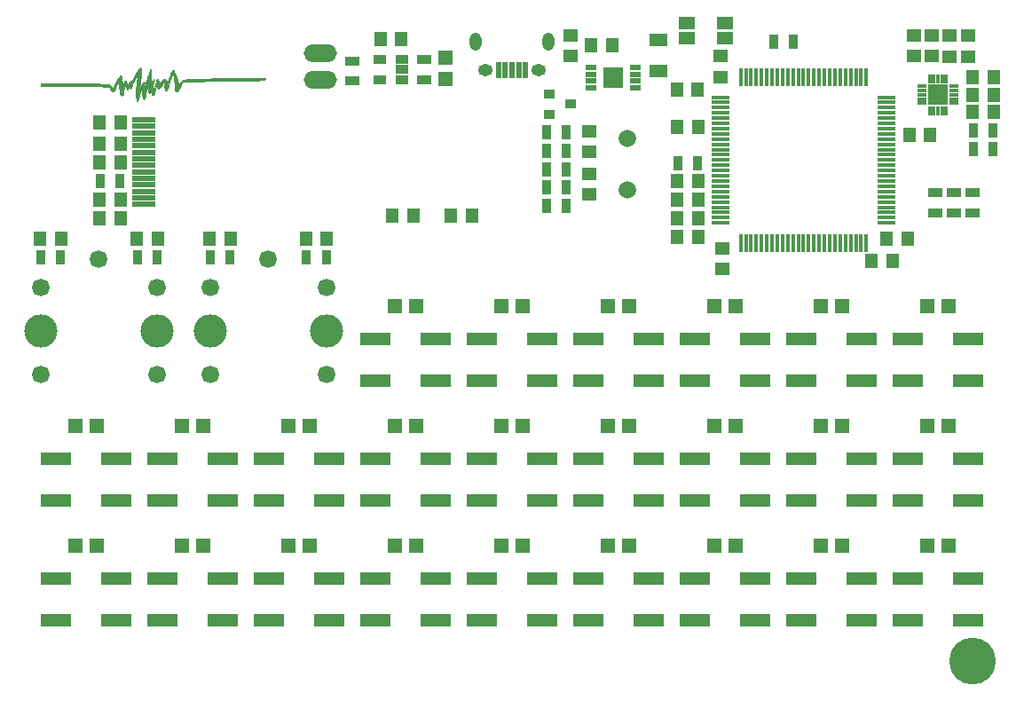
<source format=gts>
G04 #@! TF.FileFunction,Soldermask,Top*
%FSLAX46Y46*%
G04 Gerber Fmt 4.6, Leading zero omitted, Abs format (unit mm)*
G04 Created by KiCad (PCBNEW 4.0.5-e0-6337~52~ubuntu16.10.1) date Sun Jan 15 19:46:15 2017*
%MOMM*%
%LPD*%
G01*
G04 APERTURE LIST*
%ADD10C,0.100000*%
%ADD11C,0.010000*%
%ADD12R,1.160000X1.410000*%
%ADD13R,1.660000X0.440000*%
%ADD14R,0.440000X1.660000*%
%ADD15O,3.174980X1.666220*%
%ADD16R,1.358880X1.358880*%
%ADD17R,2.910000X1.160000*%
%ADD18R,1.460000X0.860000*%
%ADD19R,1.220000X0.810000*%
%ADD20R,1.050000X0.580000*%
%ADD21R,1.000000X1.100000*%
%ADD22R,0.560000X1.510000*%
%ADD23O,1.410000X1.110000*%
%ADD24O,1.160000X1.710000*%
%ADD25R,1.760000X1.160000*%
%ADD26R,1.060000X0.960000*%
%ADD27R,1.410000X1.160000*%
%ADD28O,0.910000X0.360000*%
%ADD29O,0.360000X0.910000*%
%ADD30R,1.085000X1.085000*%
%ADD31R,0.860000X1.460000*%
%ADD32C,1.661140*%
%ADD33C,1.684000*%
%ADD34C,3.160000*%
%ADD35R,2.160000X0.480000*%
%ADD36C,4.460000*%
%ADD37R,1.560000X1.210000*%
G04 APERTURE END LIST*
D10*
D11*
G36*
X92827999Y-83905577D02*
X92860373Y-83965281D01*
X92866957Y-84027953D01*
X92868778Y-84135493D01*
X92866401Y-84276577D01*
X92860386Y-84439882D01*
X92851295Y-84614082D01*
X92839691Y-84787853D01*
X92826137Y-84949871D01*
X92811192Y-85088813D01*
X92801008Y-85161334D01*
X92779846Y-85313605D01*
X92761103Y-85483918D01*
X92748778Y-85635864D01*
X92748633Y-85638317D01*
X92734753Y-85875412D01*
X92805728Y-85751206D01*
X92855901Y-85660298D01*
X92917201Y-85544910D01*
X92971982Y-85438600D01*
X93022525Y-85344391D01*
X93067536Y-85270511D01*
X93098146Y-85231377D01*
X93100468Y-85229677D01*
X93142270Y-85228187D01*
X93174671Y-85265898D01*
X93188439Y-85325568D01*
X93179747Y-85377758D01*
X93162571Y-85447549D01*
X93154663Y-85529866D01*
X93156058Y-85606132D01*
X93166789Y-85657767D01*
X93179221Y-85669334D01*
X93191112Y-85664528D01*
X93205170Y-85646222D01*
X93223595Y-85608581D01*
X93248588Y-85545770D01*
X93282349Y-85451953D01*
X93327078Y-85321297D01*
X93376448Y-85173494D01*
X93555266Y-85173494D01*
X93556722Y-85246471D01*
X93561301Y-85266820D01*
X93581759Y-85297782D01*
X93600900Y-85279287D01*
X93619109Y-85209701D01*
X93636772Y-85087390D01*
X93654274Y-84910718D01*
X93659103Y-84852482D01*
X93669551Y-84712979D01*
X93676971Y-84595210D01*
X93680800Y-84509797D01*
X93680473Y-84467362D01*
X93679683Y-84464721D01*
X93668919Y-84483583D01*
X93651625Y-84542798D01*
X93631135Y-84627142D01*
X93610783Y-84721391D01*
X93593904Y-84810322D01*
X93583832Y-84878712D01*
X93582746Y-84907334D01*
X93581539Y-84959271D01*
X93571906Y-85041810D01*
X93565296Y-85083376D01*
X93555266Y-85173494D01*
X93376448Y-85173494D01*
X93384976Y-85147966D01*
X93449564Y-84952476D01*
X93503123Y-84792539D01*
X93553540Y-84646783D01*
X93597101Y-84525584D01*
X93630093Y-84439320D01*
X93646537Y-84402143D01*
X93674746Y-84328467D01*
X93698102Y-84230950D01*
X93703798Y-84194722D01*
X93724488Y-84106877D01*
X93754246Y-84063765D01*
X93787132Y-84069109D01*
X93816421Y-84124167D01*
X93823186Y-84170550D01*
X93830384Y-84264020D01*
X93837527Y-84395227D01*
X93844131Y-84554819D01*
X93849707Y-84733447D01*
X93851161Y-84791639D01*
X93865341Y-85395612D01*
X93947697Y-85243195D01*
X94016196Y-85123586D01*
X94076272Y-85032186D01*
X94122589Y-84976327D01*
X94149807Y-84963342D01*
X94150832Y-84964200D01*
X94147556Y-84995064D01*
X94125754Y-85062444D01*
X94092023Y-85147222D01*
X94045342Y-85291772D01*
X94014366Y-85459507D01*
X94001336Y-85629024D01*
X94008491Y-85778920D01*
X94019779Y-85837716D01*
X94030619Y-85874592D01*
X94041932Y-85890763D01*
X94057509Y-85880330D01*
X94081141Y-85837397D01*
X94116620Y-85756065D01*
X94167737Y-85630439D01*
X94192153Y-85569605D01*
X94245707Y-85431917D01*
X94290489Y-85308930D01*
X94322559Y-85212069D01*
X94337975Y-85152756D01*
X94338772Y-85144541D01*
X94358748Y-85080846D01*
X94393757Y-85035559D01*
X94432236Y-85005975D01*
X94462658Y-85009152D01*
X94504546Y-85049907D01*
X94519039Y-85066463D01*
X94571158Y-85150179D01*
X94605966Y-85248326D01*
X94608238Y-85260111D01*
X94624709Y-85340464D01*
X94641796Y-85398587D01*
X94645456Y-85406672D01*
X94668546Y-85400424D01*
X94716240Y-85351786D01*
X94783475Y-85266387D01*
X94829547Y-85202060D01*
X94915516Y-85083856D01*
X94982474Y-85008434D01*
X95039739Y-84969758D01*
X95096628Y-84961789D01*
X95162459Y-84978490D01*
X95170116Y-84981370D01*
X95214544Y-85020239D01*
X95262633Y-85093372D01*
X95303616Y-85180463D01*
X95326726Y-85261204D01*
X95328535Y-85280154D01*
X95338757Y-85295405D01*
X95366488Y-85257821D01*
X95411401Y-85168117D01*
X95473167Y-85027006D01*
X95551455Y-84835206D01*
X95645936Y-84593430D01*
X95652161Y-84577226D01*
X95708816Y-84431974D01*
X95760421Y-84304066D01*
X95802838Y-84203425D01*
X95831931Y-84139976D01*
X95841036Y-84124167D01*
X95882593Y-84099859D01*
X95941039Y-84089266D01*
X95990935Y-84094546D01*
X96007417Y-84110056D01*
X96012880Y-84152072D01*
X96018355Y-84201778D01*
X96032087Y-84253896D01*
X96064286Y-84345072D01*
X96110279Y-84462879D01*
X96165397Y-84594891D01*
X96170790Y-84607376D01*
X96258355Y-84820618D01*
X96330601Y-85019026D01*
X96384669Y-85193507D01*
X96417703Y-85334969D01*
X96427111Y-85423164D01*
X96429249Y-85456994D01*
X96440467Y-85469032D01*
X96467970Y-85455022D01*
X96518963Y-85410709D01*
X96600650Y-85331839D01*
X96629079Y-85303895D01*
X96730248Y-85207600D01*
X96812812Y-85141297D01*
X96895240Y-85094488D01*
X96996000Y-85056672D01*
X97132667Y-85017590D01*
X97185505Y-85010384D01*
X97289949Y-85002526D01*
X97441166Y-84994148D01*
X97634321Y-84985379D01*
X97864582Y-84976351D01*
X98127116Y-84967194D01*
X98417088Y-84958038D01*
X98729666Y-84949015D01*
X99060017Y-84940255D01*
X99403306Y-84931889D01*
X99754701Y-84924048D01*
X100109368Y-84916862D01*
X100462474Y-84910461D01*
X100809186Y-84904977D01*
X101144669Y-84900541D01*
X101464092Y-84897282D01*
X101627048Y-84896066D01*
X101778245Y-84894035D01*
X101907377Y-84890273D01*
X102004926Y-84885219D01*
X102061370Y-84879315D01*
X102071548Y-84875477D01*
X102096197Y-84870470D01*
X102159013Y-84877459D01*
X102204431Y-84886071D01*
X102293298Y-84900274D01*
X102338503Y-84894217D01*
X102347953Y-84882474D01*
X102375898Y-84865270D01*
X102391466Y-84870994D01*
X102429286Y-84878118D01*
X102513699Y-84885137D01*
X102634853Y-84891514D01*
X102782899Y-84896713D01*
X102918222Y-84899732D01*
X103080604Y-84902468D01*
X103223819Y-84904905D01*
X103338136Y-84906877D01*
X103413822Y-84908215D01*
X103440333Y-84908724D01*
X103476689Y-84908690D01*
X103559590Y-84908147D01*
X103679142Y-84907175D01*
X103825448Y-84905852D01*
X103948333Y-84904663D01*
X104210030Y-84903357D01*
X104422146Y-84905093D01*
X104583165Y-84909816D01*
X104691572Y-84917469D01*
X104745852Y-84927997D01*
X104752234Y-84934102D01*
X104725113Y-84977530D01*
X104655355Y-85017755D01*
X104556748Y-85050087D01*
X104443081Y-85069835D01*
X104343444Y-85073163D01*
X104286003Y-85077333D01*
X104195724Y-85090589D01*
X104117667Y-85105046D01*
X104078059Y-85112686D01*
X104037309Y-85119286D01*
X103991292Y-85124904D01*
X103935883Y-85129600D01*
X103866957Y-85133432D01*
X103780388Y-85136458D01*
X103672053Y-85138737D01*
X103537825Y-85140328D01*
X103373581Y-85141288D01*
X103175195Y-85141676D01*
X102938542Y-85141551D01*
X102659497Y-85140972D01*
X102333935Y-85139996D01*
X101957732Y-85138683D01*
X101789333Y-85138066D01*
X101474753Y-85137514D01*
X101154739Y-85138081D01*
X100838052Y-85139677D01*
X100533451Y-85142213D01*
X100249695Y-85145601D01*
X99995544Y-85149750D01*
X99779756Y-85154572D01*
X99611090Y-85159977D01*
X99602111Y-85160341D01*
X99355184Y-85169232D01*
X99074330Y-85177269D01*
X98781993Y-85183942D01*
X98500617Y-85188739D01*
X98252643Y-85191150D01*
X98247444Y-85191173D01*
X98032553Y-85192926D01*
X97813714Y-85196146D01*
X97604764Y-85200527D01*
X97419536Y-85205761D01*
X97271866Y-85211542D01*
X97230023Y-85213729D01*
X97069031Y-85224674D01*
X96953512Y-85240165D01*
X96872523Y-85266544D01*
X96815120Y-85310151D01*
X96770360Y-85377326D01*
X96727301Y-85474410D01*
X96711591Y-85514111D01*
X96661227Y-85630118D01*
X96602621Y-85747307D01*
X96566570Y-85810445D01*
X96509052Y-85912049D01*
X96456695Y-86018735D01*
X96440986Y-86055668D01*
X96384104Y-86148949D01*
X96313548Y-86195667D01*
X96240799Y-86196020D01*
X96177339Y-86150207D01*
X96134651Y-86058428D01*
X96132748Y-86050334D01*
X96126660Y-86003831D01*
X96117971Y-85911948D01*
X96107600Y-85785641D01*
X96096468Y-85635864D01*
X96089593Y-85536122D01*
X96073558Y-85345097D01*
X96050894Y-85139901D01*
X96024307Y-84942093D01*
X95996502Y-84773233D01*
X95989048Y-84734963D01*
X95962317Y-84602499D01*
X95940255Y-84490862D01*
X95925046Y-84411268D01*
X95918873Y-84374935D01*
X95918835Y-84374286D01*
X95909784Y-84376127D01*
X95886587Y-84419307D01*
X95854088Y-84492010D01*
X95817132Y-84582420D01*
X95780564Y-84678724D01*
X95749227Y-84769105D01*
X95729205Y-84836778D01*
X95703249Y-84930842D01*
X95679468Y-85003450D01*
X95665589Y-85034334D01*
X95649918Y-85072085D01*
X95624001Y-85151504D01*
X95591898Y-85259657D01*
X95568127Y-85344778D01*
X95514366Y-85538962D01*
X95471308Y-85685942D01*
X95436246Y-85793341D01*
X95406468Y-85868783D01*
X95379267Y-85919890D01*
X95351933Y-85954286D01*
X95351270Y-85954952D01*
X95311476Y-86003181D01*
X95298222Y-86032767D01*
X95278896Y-86069416D01*
X95255007Y-86093399D01*
X95215584Y-86110324D01*
X95182663Y-86086880D01*
X95154762Y-86019214D01*
X95130400Y-85903473D01*
X95108097Y-85735803D01*
X95104365Y-85701493D01*
X95080400Y-85504709D01*
X95055615Y-85355527D01*
X95030672Y-85255486D01*
X95006232Y-85206126D01*
X94982956Y-85208984D01*
X94961505Y-85265600D01*
X94948001Y-85337569D01*
X94897827Y-85526291D01*
X94811085Y-85688680D01*
X94694356Y-85813159D01*
X94665889Y-85833913D01*
X94590567Y-85883163D01*
X94545626Y-85903481D01*
X94514911Y-85897882D01*
X94482267Y-85869378D01*
X94481242Y-85868353D01*
X94444301Y-85806802D01*
X94415954Y-85715812D01*
X94409463Y-85678423D01*
X94397511Y-85589051D01*
X94387861Y-85519140D01*
X94385077Y-85500000D01*
X94375895Y-85503895D01*
X94357460Y-85552687D01*
X94333431Y-85636324D01*
X94328561Y-85655222D01*
X94270784Y-85882948D01*
X94224830Y-86062187D01*
X94188611Y-86199157D01*
X94160042Y-86300075D01*
X94137035Y-86371157D01*
X94117505Y-86418622D01*
X94099363Y-86448686D01*
X94080524Y-86467566D01*
X94058901Y-86481480D01*
X94049458Y-86486793D01*
X93967192Y-86510215D01*
X93901785Y-86486609D01*
X93865698Y-86420867D01*
X93864493Y-86414197D01*
X93854414Y-86357133D01*
X93837744Y-86268409D01*
X93825578Y-86205556D01*
X93807526Y-86121037D01*
X93794104Y-86085506D01*
X93781031Y-86092213D01*
X93769982Y-86117924D01*
X93756564Y-86190884D01*
X93761409Y-86237868D01*
X93763965Y-86273073D01*
X93732664Y-86287802D01*
X93678673Y-86290222D01*
X93612105Y-86284624D01*
X93576396Y-86257042D01*
X93551863Y-86191296D01*
X93549928Y-86184389D01*
X93524895Y-86036864D01*
X93525809Y-85861076D01*
X93552897Y-85647469D01*
X93564220Y-85584745D01*
X93582633Y-85476898D01*
X93593347Y-85391717D01*
X93594751Y-85343126D01*
X93592812Y-85337405D01*
X93572869Y-85347907D01*
X93545871Y-85398828D01*
X93517330Y-85475563D01*
X93492760Y-85563503D01*
X93478629Y-85639922D01*
X93465816Y-85714104D01*
X93442178Y-85826816D01*
X93411233Y-85961996D01*
X93380733Y-86086854D01*
X93343809Y-86239807D01*
X93308958Y-86395477D01*
X93280678Y-86533170D01*
X93266247Y-86613687D01*
X93241141Y-86743951D01*
X93212750Y-86826456D01*
X93176565Y-86869874D01*
X93128078Y-86882878D01*
X93126282Y-86882889D01*
X93081234Y-86855889D01*
X93042679Y-86779314D01*
X93012000Y-86659801D01*
X92990579Y-86503989D01*
X92979800Y-86318514D01*
X92979280Y-86177334D01*
X92985246Y-85824556D01*
X92917907Y-85951556D01*
X92871022Y-86057440D01*
X92829371Y-86180222D01*
X92815376Y-86233778D01*
X92785101Y-86340963D01*
X92747153Y-86441194D01*
X92726869Y-86482336D01*
X92691205Y-86560857D01*
X92673983Y-86630394D01*
X92673691Y-86637558D01*
X92664349Y-86693426D01*
X92639569Y-86783634D01*
X92604440Y-86889941D01*
X92599356Y-86904056D01*
X92555082Y-87015314D01*
X92518729Y-87080083D01*
X92485076Y-87106765D01*
X92472220Y-87108667D01*
X92443483Y-87101795D01*
X92427512Y-87072973D01*
X92420743Y-87009893D01*
X92419556Y-86926888D01*
X92414684Y-86823014D01*
X92401563Y-86750627D01*
X92387189Y-86725105D01*
X92373853Y-86696975D01*
X92366920Y-86629591D01*
X92366214Y-86517695D01*
X92371557Y-86356031D01*
X92373451Y-86314850D01*
X92380620Y-86197355D01*
X92392099Y-86048175D01*
X92407008Y-85875712D01*
X92424466Y-85688368D01*
X92443589Y-85494545D01*
X92463498Y-85302644D01*
X92483309Y-85121067D01*
X92502142Y-84958216D01*
X92519114Y-84822493D01*
X92533345Y-84722299D01*
X92543952Y-84666036D01*
X92547397Y-84657196D01*
X92575571Y-84662378D01*
X92599630Y-84678759D01*
X92626696Y-84691079D01*
X92644603Y-84665508D01*
X92659559Y-84596212D01*
X92669156Y-84521644D01*
X92669597Y-84474557D01*
X92667347Y-84468384D01*
X92647845Y-84484692D01*
X92606425Y-84538468D01*
X92550971Y-84619244D01*
X92533099Y-84646675D01*
X92456502Y-84764870D01*
X92374689Y-84889975D01*
X92307298Y-84992000D01*
X92199230Y-85160331D01*
X92121620Y-85296937D01*
X92068696Y-85413374D01*
X92034682Y-85521199D01*
X92027732Y-85551556D01*
X91986834Y-85703816D01*
X91938559Y-85803986D01*
X91880355Y-85856213D01*
X91833944Y-85866457D01*
X91808360Y-85841563D01*
X91798667Y-85776901D01*
X91798667Y-85686912D01*
X91741123Y-85748679D01*
X91687597Y-85793295D01*
X91645031Y-85810445D01*
X91621378Y-85825716D01*
X91617069Y-85878609D01*
X91622203Y-85927654D01*
X91628148Y-86001525D01*
X91618284Y-86027969D01*
X91604263Y-86024059D01*
X91550755Y-85969622D01*
X91490277Y-85874331D01*
X91430084Y-85751955D01*
X91377434Y-85616264D01*
X91359725Y-85560023D01*
X91299031Y-85351935D01*
X91280150Y-85475357D01*
X91270739Y-85547861D01*
X91257783Y-85662737D01*
X91242764Y-85806136D01*
X91227162Y-85964208D01*
X91221681Y-86022111D01*
X91206519Y-86174173D01*
X91191330Y-86308871D01*
X91177517Y-86414935D01*
X91166485Y-86481094D01*
X91162805Y-86494834D01*
X91122777Y-86529913D01*
X91054040Y-86544284D01*
X90980836Y-86536787D01*
X90927408Y-86506263D01*
X90927270Y-86506097D01*
X90905398Y-86456710D01*
X90885961Y-86374875D01*
X90879240Y-86329708D01*
X90864221Y-86235687D01*
X90845187Y-86157739D01*
X90836798Y-86135000D01*
X90826400Y-86088031D01*
X90814996Y-85995963D01*
X90803677Y-85870105D01*
X90793534Y-85721762D01*
X90789166Y-85641111D01*
X90767586Y-85203667D01*
X90715383Y-85302445D01*
X90657590Y-85390876D01*
X90588361Y-85471098D01*
X90584076Y-85475175D01*
X90536065Y-85540733D01*
X90484900Y-85642396D01*
X90438109Y-85760847D01*
X90403216Y-85876765D01*
X90387749Y-85970831D01*
X90387556Y-85979624D01*
X90370514Y-86037845D01*
X90335509Y-86094244D01*
X90261042Y-86149106D01*
X90173585Y-86157464D01*
X90083248Y-86124316D01*
X90000140Y-86054660D01*
X89934372Y-85953492D01*
X89908366Y-85883102D01*
X89874748Y-85763030D01*
X89658430Y-85730106D01*
X89535925Y-85713767D01*
X89419013Y-85702033D01*
X89332137Y-85697337D01*
X89329222Y-85697331D01*
X89245755Y-85692666D01*
X89130105Y-85680223D01*
X89005577Y-85662563D01*
X88990556Y-85660118D01*
X88938784Y-85653458D01*
X88867020Y-85647629D01*
X88772073Y-85642597D01*
X88650753Y-85638323D01*
X88499871Y-85634772D01*
X88316238Y-85631906D01*
X88096664Y-85629690D01*
X87837959Y-85628086D01*
X87536934Y-85627058D01*
X87190399Y-85626570D01*
X86795165Y-85626584D01*
X86348042Y-85627064D01*
X86140111Y-85627402D01*
X85757360Y-85628314D01*
X85388834Y-85629645D01*
X85038696Y-85631356D01*
X84711104Y-85633406D01*
X84410220Y-85635753D01*
X84140203Y-85638358D01*
X83905213Y-85641179D01*
X83709412Y-85644175D01*
X83556959Y-85647307D01*
X83452015Y-85650532D01*
X83398740Y-85653811D01*
X83395500Y-85654298D01*
X83275556Y-85676548D01*
X83275556Y-85395597D01*
X83578944Y-85379260D01*
X83685983Y-85375486D01*
X83839150Y-85372860D01*
X84028141Y-85371418D01*
X84242651Y-85371195D01*
X84472376Y-85372227D01*
X84707011Y-85374548D01*
X84757222Y-85375221D01*
X85026642Y-85378514D01*
X85325000Y-85381321D01*
X85634500Y-85383528D01*
X85937343Y-85385025D01*
X86215733Y-85385700D01*
X86408222Y-85385575D01*
X86621985Y-85385281D01*
X86826052Y-85385451D01*
X87010967Y-85386041D01*
X87167272Y-85387010D01*
X87285513Y-85388315D01*
X87353667Y-85389816D01*
X87455666Y-85392287D01*
X87592736Y-85393917D01*
X87743507Y-85394508D01*
X87833444Y-85394271D01*
X87997710Y-85395379D01*
X88190878Y-85399992D01*
X88404264Y-85407592D01*
X88629187Y-85417659D01*
X88856964Y-85429672D01*
X89078912Y-85443113D01*
X89286349Y-85457461D01*
X89470592Y-85472196D01*
X89622958Y-85486799D01*
X89734765Y-85500750D01*
X89790406Y-85511424D01*
X89888547Y-85544021D01*
X89958204Y-85586697D01*
X90015612Y-85653530D01*
X90077008Y-85758595D01*
X90078320Y-85761056D01*
X90117850Y-85826250D01*
X90149741Y-85863513D01*
X90157158Y-85866889D01*
X90178675Y-85842856D01*
X90212306Y-85780268D01*
X90245743Y-85704611D01*
X90316981Y-85541448D01*
X90399387Y-85371700D01*
X90488181Y-85203373D01*
X90578582Y-85044472D01*
X90665811Y-84903004D01*
X90745087Y-84786974D01*
X90811631Y-84704388D01*
X90860661Y-84663251D01*
X90869195Y-84660452D01*
X90937952Y-84672632D01*
X90983447Y-84730912D01*
X90997800Y-84799807D01*
X91005633Y-84871297D01*
X91021439Y-84978115D01*
X91042189Y-85100226D01*
X91048225Y-85133111D01*
X91069208Y-85254345D01*
X91085310Y-85364189D01*
X91093791Y-85443408D01*
X91094430Y-85457667D01*
X91097449Y-85497613D01*
X91108309Y-85503186D01*
X91132462Y-85469274D01*
X91175355Y-85390768D01*
X91184702Y-85373000D01*
X91228819Y-85281809D01*
X91258155Y-85207235D01*
X91266306Y-85166350D01*
X91281852Y-85139748D01*
X91337642Y-85138128D01*
X91403214Y-85162902D01*
X91460521Y-85227796D01*
X91479994Y-85260111D01*
X91519337Y-85342806D01*
X91542038Y-85415681D01*
X91544202Y-85434835D01*
X91553485Y-85495370D01*
X91580399Y-85503934D01*
X91625491Y-85460199D01*
X91689307Y-85363838D01*
X91703696Y-85339378D01*
X91773029Y-85226533D01*
X91823537Y-85162265D01*
X91859239Y-85143535D01*
X91884156Y-85167305D01*
X91894187Y-85195457D01*
X91906176Y-85221176D01*
X91924268Y-85216785D01*
X91954060Y-85176106D01*
X92001147Y-85092955D01*
X92021751Y-85054548D01*
X92078198Y-84946334D01*
X92128067Y-84846729D01*
X92162041Y-84774428D01*
X92165950Y-84765271D01*
X92200935Y-84707219D01*
X92238017Y-84681617D01*
X92239535Y-84681556D01*
X92270623Y-84657917D01*
X92278444Y-84622519D01*
X92295414Y-84559587D01*
X92336340Y-84489828D01*
X92337405Y-84488464D01*
X92460858Y-84326567D01*
X92562181Y-84183887D01*
X92636303Y-84067922D01*
X92678150Y-83986170D01*
X92679326Y-83983056D01*
X92722754Y-83913819D01*
X92777056Y-83887527D01*
X92827999Y-83905577D01*
X92827999Y-83905577D01*
G37*
X92827999Y-83905577D02*
X92860373Y-83965281D01*
X92866957Y-84027953D01*
X92868778Y-84135493D01*
X92866401Y-84276577D01*
X92860386Y-84439882D01*
X92851295Y-84614082D01*
X92839691Y-84787853D01*
X92826137Y-84949871D01*
X92811192Y-85088813D01*
X92801008Y-85161334D01*
X92779846Y-85313605D01*
X92761103Y-85483918D01*
X92748778Y-85635864D01*
X92748633Y-85638317D01*
X92734753Y-85875412D01*
X92805728Y-85751206D01*
X92855901Y-85660298D01*
X92917201Y-85544910D01*
X92971982Y-85438600D01*
X93022525Y-85344391D01*
X93067536Y-85270511D01*
X93098146Y-85231377D01*
X93100468Y-85229677D01*
X93142270Y-85228187D01*
X93174671Y-85265898D01*
X93188439Y-85325568D01*
X93179747Y-85377758D01*
X93162571Y-85447549D01*
X93154663Y-85529866D01*
X93156058Y-85606132D01*
X93166789Y-85657767D01*
X93179221Y-85669334D01*
X93191112Y-85664528D01*
X93205170Y-85646222D01*
X93223595Y-85608581D01*
X93248588Y-85545770D01*
X93282349Y-85451953D01*
X93327078Y-85321297D01*
X93376448Y-85173494D01*
X93555266Y-85173494D01*
X93556722Y-85246471D01*
X93561301Y-85266820D01*
X93581759Y-85297782D01*
X93600900Y-85279287D01*
X93619109Y-85209701D01*
X93636772Y-85087390D01*
X93654274Y-84910718D01*
X93659103Y-84852482D01*
X93669551Y-84712979D01*
X93676971Y-84595210D01*
X93680800Y-84509797D01*
X93680473Y-84467362D01*
X93679683Y-84464721D01*
X93668919Y-84483583D01*
X93651625Y-84542798D01*
X93631135Y-84627142D01*
X93610783Y-84721391D01*
X93593904Y-84810322D01*
X93583832Y-84878712D01*
X93582746Y-84907334D01*
X93581539Y-84959271D01*
X93571906Y-85041810D01*
X93565296Y-85083376D01*
X93555266Y-85173494D01*
X93376448Y-85173494D01*
X93384976Y-85147966D01*
X93449564Y-84952476D01*
X93503123Y-84792539D01*
X93553540Y-84646783D01*
X93597101Y-84525584D01*
X93630093Y-84439320D01*
X93646537Y-84402143D01*
X93674746Y-84328467D01*
X93698102Y-84230950D01*
X93703798Y-84194722D01*
X93724488Y-84106877D01*
X93754246Y-84063765D01*
X93787132Y-84069109D01*
X93816421Y-84124167D01*
X93823186Y-84170550D01*
X93830384Y-84264020D01*
X93837527Y-84395227D01*
X93844131Y-84554819D01*
X93849707Y-84733447D01*
X93851161Y-84791639D01*
X93865341Y-85395612D01*
X93947697Y-85243195D01*
X94016196Y-85123586D01*
X94076272Y-85032186D01*
X94122589Y-84976327D01*
X94149807Y-84963342D01*
X94150832Y-84964200D01*
X94147556Y-84995064D01*
X94125754Y-85062444D01*
X94092023Y-85147222D01*
X94045342Y-85291772D01*
X94014366Y-85459507D01*
X94001336Y-85629024D01*
X94008491Y-85778920D01*
X94019779Y-85837716D01*
X94030619Y-85874592D01*
X94041932Y-85890763D01*
X94057509Y-85880330D01*
X94081141Y-85837397D01*
X94116620Y-85756065D01*
X94167737Y-85630439D01*
X94192153Y-85569605D01*
X94245707Y-85431917D01*
X94290489Y-85308930D01*
X94322559Y-85212069D01*
X94337975Y-85152756D01*
X94338772Y-85144541D01*
X94358748Y-85080846D01*
X94393757Y-85035559D01*
X94432236Y-85005975D01*
X94462658Y-85009152D01*
X94504546Y-85049907D01*
X94519039Y-85066463D01*
X94571158Y-85150179D01*
X94605966Y-85248326D01*
X94608238Y-85260111D01*
X94624709Y-85340464D01*
X94641796Y-85398587D01*
X94645456Y-85406672D01*
X94668546Y-85400424D01*
X94716240Y-85351786D01*
X94783475Y-85266387D01*
X94829547Y-85202060D01*
X94915516Y-85083856D01*
X94982474Y-85008434D01*
X95039739Y-84969758D01*
X95096628Y-84961789D01*
X95162459Y-84978490D01*
X95170116Y-84981370D01*
X95214544Y-85020239D01*
X95262633Y-85093372D01*
X95303616Y-85180463D01*
X95326726Y-85261204D01*
X95328535Y-85280154D01*
X95338757Y-85295405D01*
X95366488Y-85257821D01*
X95411401Y-85168117D01*
X95473167Y-85027006D01*
X95551455Y-84835206D01*
X95645936Y-84593430D01*
X95652161Y-84577226D01*
X95708816Y-84431974D01*
X95760421Y-84304066D01*
X95802838Y-84203425D01*
X95831931Y-84139976D01*
X95841036Y-84124167D01*
X95882593Y-84099859D01*
X95941039Y-84089266D01*
X95990935Y-84094546D01*
X96007417Y-84110056D01*
X96012880Y-84152072D01*
X96018355Y-84201778D01*
X96032087Y-84253896D01*
X96064286Y-84345072D01*
X96110279Y-84462879D01*
X96165397Y-84594891D01*
X96170790Y-84607376D01*
X96258355Y-84820618D01*
X96330601Y-85019026D01*
X96384669Y-85193507D01*
X96417703Y-85334969D01*
X96427111Y-85423164D01*
X96429249Y-85456994D01*
X96440467Y-85469032D01*
X96467970Y-85455022D01*
X96518963Y-85410709D01*
X96600650Y-85331839D01*
X96629079Y-85303895D01*
X96730248Y-85207600D01*
X96812812Y-85141297D01*
X96895240Y-85094488D01*
X96996000Y-85056672D01*
X97132667Y-85017590D01*
X97185505Y-85010384D01*
X97289949Y-85002526D01*
X97441166Y-84994148D01*
X97634321Y-84985379D01*
X97864582Y-84976351D01*
X98127116Y-84967194D01*
X98417088Y-84958038D01*
X98729666Y-84949015D01*
X99060017Y-84940255D01*
X99403306Y-84931889D01*
X99754701Y-84924048D01*
X100109368Y-84916862D01*
X100462474Y-84910461D01*
X100809186Y-84904977D01*
X101144669Y-84900541D01*
X101464092Y-84897282D01*
X101627048Y-84896066D01*
X101778245Y-84894035D01*
X101907377Y-84890273D01*
X102004926Y-84885219D01*
X102061370Y-84879315D01*
X102071548Y-84875477D01*
X102096197Y-84870470D01*
X102159013Y-84877459D01*
X102204431Y-84886071D01*
X102293298Y-84900274D01*
X102338503Y-84894217D01*
X102347953Y-84882474D01*
X102375898Y-84865270D01*
X102391466Y-84870994D01*
X102429286Y-84878118D01*
X102513699Y-84885137D01*
X102634853Y-84891514D01*
X102782899Y-84896713D01*
X102918222Y-84899732D01*
X103080604Y-84902468D01*
X103223819Y-84904905D01*
X103338136Y-84906877D01*
X103413822Y-84908215D01*
X103440333Y-84908724D01*
X103476689Y-84908690D01*
X103559590Y-84908147D01*
X103679142Y-84907175D01*
X103825448Y-84905852D01*
X103948333Y-84904663D01*
X104210030Y-84903357D01*
X104422146Y-84905093D01*
X104583165Y-84909816D01*
X104691572Y-84917469D01*
X104745852Y-84927997D01*
X104752234Y-84934102D01*
X104725113Y-84977530D01*
X104655355Y-85017755D01*
X104556748Y-85050087D01*
X104443081Y-85069835D01*
X104343444Y-85073163D01*
X104286003Y-85077333D01*
X104195724Y-85090589D01*
X104117667Y-85105046D01*
X104078059Y-85112686D01*
X104037309Y-85119286D01*
X103991292Y-85124904D01*
X103935883Y-85129600D01*
X103866957Y-85133432D01*
X103780388Y-85136458D01*
X103672053Y-85138737D01*
X103537825Y-85140328D01*
X103373581Y-85141288D01*
X103175195Y-85141676D01*
X102938542Y-85141551D01*
X102659497Y-85140972D01*
X102333935Y-85139996D01*
X101957732Y-85138683D01*
X101789333Y-85138066D01*
X101474753Y-85137514D01*
X101154739Y-85138081D01*
X100838052Y-85139677D01*
X100533451Y-85142213D01*
X100249695Y-85145601D01*
X99995544Y-85149750D01*
X99779756Y-85154572D01*
X99611090Y-85159977D01*
X99602111Y-85160341D01*
X99355184Y-85169232D01*
X99074330Y-85177269D01*
X98781993Y-85183942D01*
X98500617Y-85188739D01*
X98252643Y-85191150D01*
X98247444Y-85191173D01*
X98032553Y-85192926D01*
X97813714Y-85196146D01*
X97604764Y-85200527D01*
X97419536Y-85205761D01*
X97271866Y-85211542D01*
X97230023Y-85213729D01*
X97069031Y-85224674D01*
X96953512Y-85240165D01*
X96872523Y-85266544D01*
X96815120Y-85310151D01*
X96770360Y-85377326D01*
X96727301Y-85474410D01*
X96711591Y-85514111D01*
X96661227Y-85630118D01*
X96602621Y-85747307D01*
X96566570Y-85810445D01*
X96509052Y-85912049D01*
X96456695Y-86018735D01*
X96440986Y-86055668D01*
X96384104Y-86148949D01*
X96313548Y-86195667D01*
X96240799Y-86196020D01*
X96177339Y-86150207D01*
X96134651Y-86058428D01*
X96132748Y-86050334D01*
X96126660Y-86003831D01*
X96117971Y-85911948D01*
X96107600Y-85785641D01*
X96096468Y-85635864D01*
X96089593Y-85536122D01*
X96073558Y-85345097D01*
X96050894Y-85139901D01*
X96024307Y-84942093D01*
X95996502Y-84773233D01*
X95989048Y-84734963D01*
X95962317Y-84602499D01*
X95940255Y-84490862D01*
X95925046Y-84411268D01*
X95918873Y-84374935D01*
X95918835Y-84374286D01*
X95909784Y-84376127D01*
X95886587Y-84419307D01*
X95854088Y-84492010D01*
X95817132Y-84582420D01*
X95780564Y-84678724D01*
X95749227Y-84769105D01*
X95729205Y-84836778D01*
X95703249Y-84930842D01*
X95679468Y-85003450D01*
X95665589Y-85034334D01*
X95649918Y-85072085D01*
X95624001Y-85151504D01*
X95591898Y-85259657D01*
X95568127Y-85344778D01*
X95514366Y-85538962D01*
X95471308Y-85685942D01*
X95436246Y-85793341D01*
X95406468Y-85868783D01*
X95379267Y-85919890D01*
X95351933Y-85954286D01*
X95351270Y-85954952D01*
X95311476Y-86003181D01*
X95298222Y-86032767D01*
X95278896Y-86069416D01*
X95255007Y-86093399D01*
X95215584Y-86110324D01*
X95182663Y-86086880D01*
X95154762Y-86019214D01*
X95130400Y-85903473D01*
X95108097Y-85735803D01*
X95104365Y-85701493D01*
X95080400Y-85504709D01*
X95055615Y-85355527D01*
X95030672Y-85255486D01*
X95006232Y-85206126D01*
X94982956Y-85208984D01*
X94961505Y-85265600D01*
X94948001Y-85337569D01*
X94897827Y-85526291D01*
X94811085Y-85688680D01*
X94694356Y-85813159D01*
X94665889Y-85833913D01*
X94590567Y-85883163D01*
X94545626Y-85903481D01*
X94514911Y-85897882D01*
X94482267Y-85869378D01*
X94481242Y-85868353D01*
X94444301Y-85806802D01*
X94415954Y-85715812D01*
X94409463Y-85678423D01*
X94397511Y-85589051D01*
X94387861Y-85519140D01*
X94385077Y-85500000D01*
X94375895Y-85503895D01*
X94357460Y-85552687D01*
X94333431Y-85636324D01*
X94328561Y-85655222D01*
X94270784Y-85882948D01*
X94224830Y-86062187D01*
X94188611Y-86199157D01*
X94160042Y-86300075D01*
X94137035Y-86371157D01*
X94117505Y-86418622D01*
X94099363Y-86448686D01*
X94080524Y-86467566D01*
X94058901Y-86481480D01*
X94049458Y-86486793D01*
X93967192Y-86510215D01*
X93901785Y-86486609D01*
X93865698Y-86420867D01*
X93864493Y-86414197D01*
X93854414Y-86357133D01*
X93837744Y-86268409D01*
X93825578Y-86205556D01*
X93807526Y-86121037D01*
X93794104Y-86085506D01*
X93781031Y-86092213D01*
X93769982Y-86117924D01*
X93756564Y-86190884D01*
X93761409Y-86237868D01*
X93763965Y-86273073D01*
X93732664Y-86287802D01*
X93678673Y-86290222D01*
X93612105Y-86284624D01*
X93576396Y-86257042D01*
X93551863Y-86191296D01*
X93549928Y-86184389D01*
X93524895Y-86036864D01*
X93525809Y-85861076D01*
X93552897Y-85647469D01*
X93564220Y-85584745D01*
X93582633Y-85476898D01*
X93593347Y-85391717D01*
X93594751Y-85343126D01*
X93592812Y-85337405D01*
X93572869Y-85347907D01*
X93545871Y-85398828D01*
X93517330Y-85475563D01*
X93492760Y-85563503D01*
X93478629Y-85639922D01*
X93465816Y-85714104D01*
X93442178Y-85826816D01*
X93411233Y-85961996D01*
X93380733Y-86086854D01*
X93343809Y-86239807D01*
X93308958Y-86395477D01*
X93280678Y-86533170D01*
X93266247Y-86613687D01*
X93241141Y-86743951D01*
X93212750Y-86826456D01*
X93176565Y-86869874D01*
X93128078Y-86882878D01*
X93126282Y-86882889D01*
X93081234Y-86855889D01*
X93042679Y-86779314D01*
X93012000Y-86659801D01*
X92990579Y-86503989D01*
X92979800Y-86318514D01*
X92979280Y-86177334D01*
X92985246Y-85824556D01*
X92917907Y-85951556D01*
X92871022Y-86057440D01*
X92829371Y-86180222D01*
X92815376Y-86233778D01*
X92785101Y-86340963D01*
X92747153Y-86441194D01*
X92726869Y-86482336D01*
X92691205Y-86560857D01*
X92673983Y-86630394D01*
X92673691Y-86637558D01*
X92664349Y-86693426D01*
X92639569Y-86783634D01*
X92604440Y-86889941D01*
X92599356Y-86904056D01*
X92555082Y-87015314D01*
X92518729Y-87080083D01*
X92485076Y-87106765D01*
X92472220Y-87108667D01*
X92443483Y-87101795D01*
X92427512Y-87072973D01*
X92420743Y-87009893D01*
X92419556Y-86926888D01*
X92414684Y-86823014D01*
X92401563Y-86750627D01*
X92387189Y-86725105D01*
X92373853Y-86696975D01*
X92366920Y-86629591D01*
X92366214Y-86517695D01*
X92371557Y-86356031D01*
X92373451Y-86314850D01*
X92380620Y-86197355D01*
X92392099Y-86048175D01*
X92407008Y-85875712D01*
X92424466Y-85688368D01*
X92443589Y-85494545D01*
X92463498Y-85302644D01*
X92483309Y-85121067D01*
X92502142Y-84958216D01*
X92519114Y-84822493D01*
X92533345Y-84722299D01*
X92543952Y-84666036D01*
X92547397Y-84657196D01*
X92575571Y-84662378D01*
X92599630Y-84678759D01*
X92626696Y-84691079D01*
X92644603Y-84665508D01*
X92659559Y-84596212D01*
X92669156Y-84521644D01*
X92669597Y-84474557D01*
X92667347Y-84468384D01*
X92647845Y-84484692D01*
X92606425Y-84538468D01*
X92550971Y-84619244D01*
X92533099Y-84646675D01*
X92456502Y-84764870D01*
X92374689Y-84889975D01*
X92307298Y-84992000D01*
X92199230Y-85160331D01*
X92121620Y-85296937D01*
X92068696Y-85413374D01*
X92034682Y-85521199D01*
X92027732Y-85551556D01*
X91986834Y-85703816D01*
X91938559Y-85803986D01*
X91880355Y-85856213D01*
X91833944Y-85866457D01*
X91808360Y-85841563D01*
X91798667Y-85776901D01*
X91798667Y-85686912D01*
X91741123Y-85748679D01*
X91687597Y-85793295D01*
X91645031Y-85810445D01*
X91621378Y-85825716D01*
X91617069Y-85878609D01*
X91622203Y-85927654D01*
X91628148Y-86001525D01*
X91618284Y-86027969D01*
X91604263Y-86024059D01*
X91550755Y-85969622D01*
X91490277Y-85874331D01*
X91430084Y-85751955D01*
X91377434Y-85616264D01*
X91359725Y-85560023D01*
X91299031Y-85351935D01*
X91280150Y-85475357D01*
X91270739Y-85547861D01*
X91257783Y-85662737D01*
X91242764Y-85806136D01*
X91227162Y-85964208D01*
X91221681Y-86022111D01*
X91206519Y-86174173D01*
X91191330Y-86308871D01*
X91177517Y-86414935D01*
X91166485Y-86481094D01*
X91162805Y-86494834D01*
X91122777Y-86529913D01*
X91054040Y-86544284D01*
X90980836Y-86536787D01*
X90927408Y-86506263D01*
X90927270Y-86506097D01*
X90905398Y-86456710D01*
X90885961Y-86374875D01*
X90879240Y-86329708D01*
X90864221Y-86235687D01*
X90845187Y-86157739D01*
X90836798Y-86135000D01*
X90826400Y-86088031D01*
X90814996Y-85995963D01*
X90803677Y-85870105D01*
X90793534Y-85721762D01*
X90789166Y-85641111D01*
X90767586Y-85203667D01*
X90715383Y-85302445D01*
X90657590Y-85390876D01*
X90588361Y-85471098D01*
X90584076Y-85475175D01*
X90536065Y-85540733D01*
X90484900Y-85642396D01*
X90438109Y-85760847D01*
X90403216Y-85876765D01*
X90387749Y-85970831D01*
X90387556Y-85979624D01*
X90370514Y-86037845D01*
X90335509Y-86094244D01*
X90261042Y-86149106D01*
X90173585Y-86157464D01*
X90083248Y-86124316D01*
X90000140Y-86054660D01*
X89934372Y-85953492D01*
X89908366Y-85883102D01*
X89874748Y-85763030D01*
X89658430Y-85730106D01*
X89535925Y-85713767D01*
X89419013Y-85702033D01*
X89332137Y-85697337D01*
X89329222Y-85697331D01*
X89245755Y-85692666D01*
X89130105Y-85680223D01*
X89005577Y-85662563D01*
X88990556Y-85660118D01*
X88938784Y-85653458D01*
X88867020Y-85647629D01*
X88772073Y-85642597D01*
X88650753Y-85638323D01*
X88499871Y-85634772D01*
X88316238Y-85631906D01*
X88096664Y-85629690D01*
X87837959Y-85628086D01*
X87536934Y-85627058D01*
X87190399Y-85626570D01*
X86795165Y-85626584D01*
X86348042Y-85627064D01*
X86140111Y-85627402D01*
X85757360Y-85628314D01*
X85388834Y-85629645D01*
X85038696Y-85631356D01*
X84711104Y-85633406D01*
X84410220Y-85635753D01*
X84140203Y-85638358D01*
X83905213Y-85641179D01*
X83709412Y-85644175D01*
X83556959Y-85647307D01*
X83452015Y-85650532D01*
X83398740Y-85653811D01*
X83395500Y-85654298D01*
X83275556Y-85676548D01*
X83275556Y-85395597D01*
X83578944Y-85379260D01*
X83685983Y-85375486D01*
X83839150Y-85372860D01*
X84028141Y-85371418D01*
X84242651Y-85371195D01*
X84472376Y-85372227D01*
X84707011Y-85374548D01*
X84757222Y-85375221D01*
X85026642Y-85378514D01*
X85325000Y-85381321D01*
X85634500Y-85383528D01*
X85937343Y-85385025D01*
X86215733Y-85385700D01*
X86408222Y-85385575D01*
X86621985Y-85385281D01*
X86826052Y-85385451D01*
X87010967Y-85386041D01*
X87167272Y-85387010D01*
X87285513Y-85388315D01*
X87353667Y-85389816D01*
X87455666Y-85392287D01*
X87592736Y-85393917D01*
X87743507Y-85394508D01*
X87833444Y-85394271D01*
X87997710Y-85395379D01*
X88190878Y-85399992D01*
X88404264Y-85407592D01*
X88629187Y-85417659D01*
X88856964Y-85429672D01*
X89078912Y-85443113D01*
X89286349Y-85457461D01*
X89470592Y-85472196D01*
X89622958Y-85486799D01*
X89734765Y-85500750D01*
X89790406Y-85511424D01*
X89888547Y-85544021D01*
X89958204Y-85586697D01*
X90015612Y-85653530D01*
X90077008Y-85758595D01*
X90078320Y-85761056D01*
X90117850Y-85826250D01*
X90149741Y-85863513D01*
X90157158Y-85866889D01*
X90178675Y-85842856D01*
X90212306Y-85780268D01*
X90245743Y-85704611D01*
X90316981Y-85541448D01*
X90399387Y-85371700D01*
X90488181Y-85203373D01*
X90578582Y-85044472D01*
X90665811Y-84903004D01*
X90745087Y-84786974D01*
X90811631Y-84704388D01*
X90860661Y-84663251D01*
X90869195Y-84660452D01*
X90937952Y-84672632D01*
X90983447Y-84730912D01*
X90997800Y-84799807D01*
X91005633Y-84871297D01*
X91021439Y-84978115D01*
X91042189Y-85100226D01*
X91048225Y-85133111D01*
X91069208Y-85254345D01*
X91085310Y-85364189D01*
X91093791Y-85443408D01*
X91094430Y-85457667D01*
X91097449Y-85497613D01*
X91108309Y-85503186D01*
X91132462Y-85469274D01*
X91175355Y-85390768D01*
X91184702Y-85373000D01*
X91228819Y-85281809D01*
X91258155Y-85207235D01*
X91266306Y-85166350D01*
X91281852Y-85139748D01*
X91337642Y-85138128D01*
X91403214Y-85162902D01*
X91460521Y-85227796D01*
X91479994Y-85260111D01*
X91519337Y-85342806D01*
X91542038Y-85415681D01*
X91544202Y-85434835D01*
X91553485Y-85495370D01*
X91580399Y-85503934D01*
X91625491Y-85460199D01*
X91689307Y-85363838D01*
X91703696Y-85339378D01*
X91773029Y-85226533D01*
X91823537Y-85162265D01*
X91859239Y-85143535D01*
X91884156Y-85167305D01*
X91894187Y-85195457D01*
X91906176Y-85221176D01*
X91924268Y-85216785D01*
X91954060Y-85176106D01*
X92001147Y-85092955D01*
X92021751Y-85054548D01*
X92078198Y-84946334D01*
X92128067Y-84846729D01*
X92162041Y-84774428D01*
X92165950Y-84765271D01*
X92200935Y-84707219D01*
X92238017Y-84681617D01*
X92239535Y-84681556D01*
X92270623Y-84657917D01*
X92278444Y-84622519D01*
X92295414Y-84559587D01*
X92336340Y-84489828D01*
X92337405Y-84488464D01*
X92460858Y-84326567D01*
X92562181Y-84183887D01*
X92636303Y-84067922D01*
X92678150Y-83986170D01*
X92679326Y-83983056D01*
X92722754Y-83913819D01*
X92777056Y-83887527D01*
X92827999Y-83905577D01*
D12*
X135845800Y-81788000D03*
X137845800Y-81788000D03*
D13*
X148183000Y-86710000D03*
X148183000Y-87210000D03*
X148183000Y-87710000D03*
X148183000Y-88210000D03*
X148183000Y-88710000D03*
X148183000Y-89210000D03*
X148183000Y-89710000D03*
X148183000Y-90210000D03*
X148183000Y-90710000D03*
X148183000Y-91210000D03*
X148183000Y-91710000D03*
X148183000Y-92210000D03*
X148183000Y-92710000D03*
X148183000Y-93210000D03*
X148183000Y-93710000D03*
X148183000Y-94210000D03*
X148183000Y-94710000D03*
X148183000Y-95210000D03*
X148183000Y-95710000D03*
X148183000Y-96210000D03*
X148183000Y-96710000D03*
X148183000Y-97210000D03*
X148183000Y-97710000D03*
X148183000Y-98210000D03*
X148183000Y-98710000D03*
D14*
X150083000Y-100610000D03*
X150583000Y-100610000D03*
X151083000Y-100610000D03*
X151583000Y-100610000D03*
X152083000Y-100610000D03*
X152583000Y-100610000D03*
X153083000Y-100610000D03*
X153583000Y-100610000D03*
X154083000Y-100610000D03*
X154583000Y-100610000D03*
X155083000Y-100610000D03*
X155583000Y-100610000D03*
X156083000Y-100610000D03*
X156583000Y-100610000D03*
X157083000Y-100610000D03*
X157583000Y-100610000D03*
X158083000Y-100610000D03*
X158583000Y-100610000D03*
X159083000Y-100610000D03*
X159583000Y-100610000D03*
X160083000Y-100610000D03*
X160583000Y-100610000D03*
X161083000Y-100610000D03*
X161583000Y-100610000D03*
X162083000Y-100610000D03*
D13*
X163983000Y-98710000D03*
X163983000Y-98210000D03*
X163983000Y-97710000D03*
X163983000Y-97210000D03*
X163983000Y-96710000D03*
X163983000Y-96210000D03*
X163983000Y-95710000D03*
X163983000Y-95210000D03*
X163983000Y-94710000D03*
X163983000Y-94210000D03*
X163983000Y-93710000D03*
X163983000Y-93210000D03*
X163983000Y-92710000D03*
X163983000Y-92210000D03*
X163983000Y-91710000D03*
X163983000Y-91210000D03*
X163983000Y-90710000D03*
X163983000Y-90210000D03*
X163983000Y-89710000D03*
X163983000Y-89210000D03*
X163983000Y-88710000D03*
X163983000Y-88210000D03*
X163983000Y-87710000D03*
X163983000Y-87210000D03*
X163983000Y-86710000D03*
D14*
X162083000Y-84810000D03*
X161583000Y-84810000D03*
X161083000Y-84810000D03*
X160583000Y-84810000D03*
X160083000Y-84810000D03*
X159583000Y-84810000D03*
X159083000Y-84810000D03*
X158583000Y-84810000D03*
X158083000Y-84810000D03*
X157583000Y-84810000D03*
X157083000Y-84810000D03*
X156583000Y-84810000D03*
X156083000Y-84810000D03*
X155583000Y-84810000D03*
X155083000Y-84810000D03*
X154583000Y-84810000D03*
X154083000Y-84810000D03*
X153583000Y-84810000D03*
X153083000Y-84810000D03*
X152583000Y-84810000D03*
X152083000Y-84810000D03*
X151583000Y-84810000D03*
X151083000Y-84810000D03*
X150583000Y-84810000D03*
X150083000Y-84810000D03*
D12*
X90906600Y-96509840D03*
X88906600Y-96509840D03*
X90916000Y-98298000D03*
X88916000Y-98298000D03*
D15*
X110000000Y-85090000D03*
X110000000Y-82550000D03*
D16*
X159799020Y-106680000D03*
X157700980Y-106680000D03*
D17*
X115235000Y-121190000D03*
X120985000Y-121190000D03*
X120985000Y-125190000D03*
X115235000Y-125190000D03*
D12*
X172228000Y-84836000D03*
X174228000Y-84836000D03*
D17*
X84755000Y-121190000D03*
X90505000Y-121190000D03*
X90505000Y-125190000D03*
X84755000Y-125190000D03*
D16*
X169959020Y-106680000D03*
X167860980Y-106680000D03*
D17*
X145715000Y-121190000D03*
X151465000Y-121190000D03*
X151465000Y-125190000D03*
X145715000Y-125190000D03*
D18*
X119888000Y-85024000D03*
X119888000Y-83124000D03*
D17*
X155875000Y-121190000D03*
X161625000Y-121190000D03*
X161625000Y-125190000D03*
X155875000Y-125190000D03*
X94915000Y-121190000D03*
X100665000Y-121190000D03*
X100665000Y-125190000D03*
X94915000Y-125190000D03*
X105075000Y-121190000D03*
X110825000Y-121190000D03*
X110825000Y-125190000D03*
X105075000Y-125190000D03*
X125395000Y-121190000D03*
X131145000Y-121190000D03*
X131145000Y-125190000D03*
X125395000Y-125190000D03*
X135555000Y-121190000D03*
X141305000Y-121190000D03*
X141305000Y-125190000D03*
X135555000Y-125190000D03*
X84755000Y-132620000D03*
X90505000Y-132620000D03*
X90505000Y-136620000D03*
X84755000Y-136620000D03*
X94915000Y-132620000D03*
X100665000Y-132620000D03*
X100665000Y-136620000D03*
X94915000Y-136620000D03*
X105075000Y-132620000D03*
X110825000Y-132620000D03*
X110825000Y-136620000D03*
X105075000Y-136620000D03*
X115235000Y-132620000D03*
X120985000Y-132620000D03*
X120985000Y-136620000D03*
X115235000Y-136620000D03*
X125395000Y-132620000D03*
X131145000Y-132620000D03*
X131145000Y-136620000D03*
X125395000Y-136620000D03*
X135555000Y-132620000D03*
X141305000Y-132620000D03*
X141305000Y-136620000D03*
X135555000Y-136620000D03*
X145715000Y-132620000D03*
X151465000Y-132620000D03*
X151465000Y-136620000D03*
X145715000Y-136620000D03*
X155875000Y-132620000D03*
X161625000Y-132620000D03*
X161625000Y-136620000D03*
X155875000Y-136620000D03*
X166035000Y-121190000D03*
X171785000Y-121190000D03*
X171785000Y-125190000D03*
X166035000Y-125190000D03*
X166035000Y-132620000D03*
X171785000Y-132620000D03*
X171785000Y-136620000D03*
X166035000Y-136620000D03*
X166035000Y-109760000D03*
X171785000Y-109760000D03*
X171785000Y-113760000D03*
X166035000Y-113760000D03*
X115235000Y-109760000D03*
X120985000Y-109760000D03*
X120985000Y-113760000D03*
X115235000Y-113760000D03*
X125395000Y-109760000D03*
X131145000Y-109760000D03*
X131145000Y-113760000D03*
X125395000Y-113760000D03*
X135555000Y-109760000D03*
X141305000Y-109760000D03*
X141305000Y-113760000D03*
X135555000Y-113760000D03*
X145715000Y-109760000D03*
X151465000Y-109760000D03*
X151465000Y-113760000D03*
X145715000Y-113760000D03*
X155875000Y-109760000D03*
X161625000Y-109760000D03*
X161625000Y-113760000D03*
X155875000Y-113760000D03*
D16*
X88679020Y-129540000D03*
X86580980Y-129540000D03*
X98839020Y-129540000D03*
X96740980Y-129540000D03*
X108999020Y-129540000D03*
X106900980Y-129540000D03*
X119159020Y-129540000D03*
X117060980Y-129540000D03*
X129319020Y-129540000D03*
X127220980Y-129540000D03*
X139479020Y-129540000D03*
X137380980Y-129540000D03*
X149639020Y-129540000D03*
X147540980Y-129540000D03*
X159799020Y-129540000D03*
X157700980Y-129540000D03*
X169959020Y-129540000D03*
X167860980Y-129540000D03*
X88679020Y-118110000D03*
X86580980Y-118110000D03*
X98839020Y-118110000D03*
X96740980Y-118110000D03*
X108999020Y-118110000D03*
X106900980Y-118110000D03*
X119159020Y-118110000D03*
X117060980Y-118110000D03*
X129319020Y-118110000D03*
X127220980Y-118110000D03*
X139479020Y-118110000D03*
X137380980Y-118110000D03*
X149639020Y-118110000D03*
X147540980Y-118110000D03*
X159799020Y-118110000D03*
X157700980Y-118110000D03*
X169959020Y-118110000D03*
X167860980Y-118110000D03*
X119159020Y-106680000D03*
X117060980Y-106680000D03*
X129319020Y-106680000D03*
X127220980Y-106680000D03*
X139479020Y-106680000D03*
X137380980Y-106680000D03*
X149639020Y-106680000D03*
X147540980Y-106680000D03*
D19*
X117813000Y-85024000D03*
X117813000Y-84074000D03*
X117813000Y-83124000D03*
X115613000Y-83124000D03*
X115613000Y-85024000D03*
D20*
X140027000Y-85811000D03*
X140027000Y-85161000D03*
X140027000Y-84511000D03*
X140027000Y-83861000D03*
X135817000Y-83861000D03*
X135817000Y-84511000D03*
X135817000Y-85161000D03*
X135817000Y-85811000D03*
D21*
X137502000Y-84366000D03*
X137502000Y-85306000D03*
X138342000Y-84366000D03*
X138342000Y-85306000D03*
D22*
X129570900Y-84112540D03*
X128920900Y-84112540D03*
X128270900Y-84112540D03*
X127620900Y-84112540D03*
X126970900Y-84112540D03*
D23*
X130770900Y-84112540D03*
X125770900Y-84112540D03*
D24*
X131770900Y-81412540D03*
X124770900Y-81412540D03*
D12*
X117713000Y-81153000D03*
X115713000Y-81153000D03*
D25*
X142240000Y-84227800D03*
X142240000Y-81227800D03*
D18*
X113030000Y-83251000D03*
X113030000Y-85151000D03*
D26*
X131842000Y-86426000D03*
X131842000Y-88326000D03*
X133842000Y-87376000D03*
D12*
X162576000Y-102362000D03*
X164576000Y-102362000D03*
X166182800Y-90297000D03*
X168182800Y-90297000D03*
X174228000Y-86487000D03*
X172228000Y-86487000D03*
D27*
X168325800Y-80788000D03*
X168325800Y-82788000D03*
D12*
X174228000Y-88138000D03*
X172228000Y-88138000D03*
D27*
X170027600Y-80813400D03*
X170027600Y-82813400D03*
X171754800Y-80813400D03*
X171754800Y-82813400D03*
D28*
X170410000Y-87287000D03*
X170410000Y-86887000D03*
X170410000Y-86487000D03*
X170410000Y-86087000D03*
X170410000Y-85687000D03*
D29*
X169710000Y-84987000D03*
X169310000Y-84987000D03*
X168910000Y-84987000D03*
X168510000Y-84987000D03*
X168110000Y-84987000D03*
D28*
X167410000Y-85687000D03*
X167410000Y-86087000D03*
X167410000Y-86487000D03*
X167410000Y-86887000D03*
X167410000Y-87287000D03*
D29*
X168110000Y-87987000D03*
X168510000Y-87987000D03*
X168910000Y-87987000D03*
X169310000Y-87987000D03*
X169710000Y-87987000D03*
D30*
X168447500Y-86024500D03*
X168447500Y-86949500D03*
X169372500Y-86024500D03*
X169372500Y-86949500D03*
D16*
X121920000Y-82897980D03*
X121920000Y-84996020D03*
D27*
X135636000Y-89932000D03*
X135636000Y-91932000D03*
X135636000Y-95996000D03*
X135636000Y-93996000D03*
D12*
X144034000Y-96520000D03*
X146034000Y-96520000D03*
X144034000Y-98298000D03*
X146034000Y-98298000D03*
X144000000Y-86000000D03*
X146000000Y-86000000D03*
X144034000Y-89573100D03*
X146034000Y-89573100D03*
X144034000Y-94742000D03*
X146034000Y-94742000D03*
D27*
X148336000Y-103108000D03*
X148336000Y-101108000D03*
D12*
X166000000Y-100203000D03*
X164000000Y-100203000D03*
D27*
X166598600Y-80788000D03*
X166598600Y-82788000D03*
X148158200Y-84794600D03*
X148158200Y-82794600D03*
D12*
X144034000Y-100076000D03*
X146034000Y-100076000D03*
D31*
X174178000Y-91694000D03*
X172278000Y-91694000D03*
X174178000Y-89916000D03*
X172278000Y-89916000D03*
X153217840Y-81422240D03*
X155117840Y-81422240D03*
X145984000Y-93014800D03*
X144084000Y-93014800D03*
D18*
X172212000Y-95824000D03*
X172212000Y-97724000D03*
X170434000Y-95824000D03*
X170434000Y-97724000D03*
X168656000Y-95824000D03*
X168656000Y-97724000D03*
D27*
X133858000Y-82788000D03*
X133858000Y-80788000D03*
D31*
X133449100Y-93586300D03*
X131549100Y-93586300D03*
X133449100Y-91833700D03*
X131549100Y-91833700D03*
X133449100Y-90081100D03*
X131549100Y-90081100D03*
X133449100Y-97091500D03*
X131549100Y-97091500D03*
X133449100Y-95338900D03*
X131549100Y-95338900D03*
D12*
X118856000Y-98044000D03*
X116856000Y-98044000D03*
X122444000Y-98044000D03*
X124444000Y-98044000D03*
X90916000Y-92964000D03*
X88916000Y-92964000D03*
X88916000Y-89154000D03*
X90916000Y-89154000D03*
X88916000Y-91186000D03*
X90916000Y-91186000D03*
D31*
X90866000Y-94742000D03*
X88966000Y-94742000D03*
D12*
X85251800Y-100253800D03*
X83251800Y-100253800D03*
X92472000Y-100253800D03*
X94472000Y-100253800D03*
X101406200Y-100253800D03*
X99406200Y-100253800D03*
X108601000Y-100253800D03*
X110601000Y-100253800D03*
D31*
X83314500Y-101981000D03*
X85214500Y-101981000D03*
X92522000Y-101981000D03*
X94422000Y-101981000D03*
X99443500Y-101981000D03*
X101343500Y-101981000D03*
X108651000Y-101981000D03*
X110551000Y-101981000D03*
D32*
X139319000Y-90650060D03*
X139319000Y-95531940D03*
D33*
X88824600Y-102166800D03*
X94424600Y-113166800D03*
X83324600Y-113166800D03*
X94424600Y-104866800D03*
X83324600Y-104866800D03*
D34*
X83324600Y-109016800D03*
X94424600Y-109016800D03*
D33*
X104950000Y-102150000D03*
X110550000Y-113150000D03*
X99450000Y-113150000D03*
X110550000Y-104850000D03*
X99450000Y-104850000D03*
D34*
X99450000Y-109000000D03*
X110550000Y-109000000D03*
D35*
X93148564Y-88862454D03*
X93148564Y-89482454D03*
X93148564Y-90102454D03*
X93148564Y-90722454D03*
X93148564Y-91342454D03*
X93148564Y-91962454D03*
X93148564Y-92582454D03*
X93148564Y-93202454D03*
X93148564Y-93822454D03*
X93148564Y-94442454D03*
X93148564Y-95062454D03*
X93148564Y-95682454D03*
X93148564Y-96302454D03*
X93148564Y-96922454D03*
D36*
X172250000Y-140500000D03*
D37*
X144964600Y-81079000D03*
X148564600Y-81079000D03*
X144964600Y-79629000D03*
X148564600Y-79629000D03*
M02*

</source>
